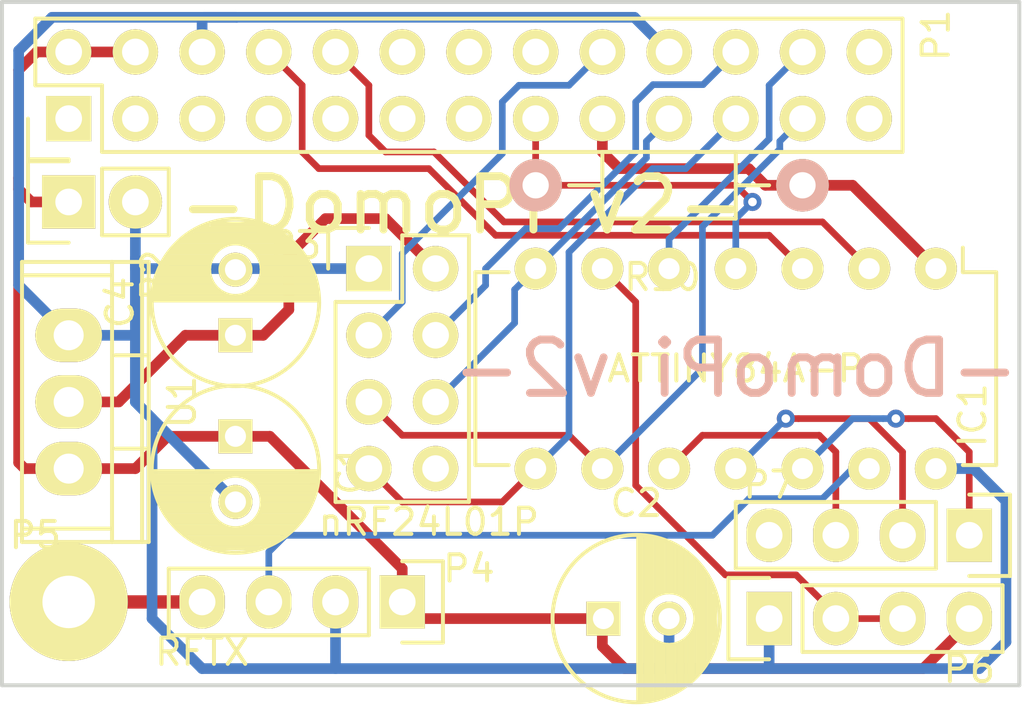
<source format=kicad_pcb>
(kicad_pcb (version 4) (host pcbnew 4.0.2+dfsg1-2~bpo8+1-stable)

  (general
    (links 42)
    (no_connects 2)
    (area 66.841 25.230285 108.667572 54.324)
    (thickness 1.6)
    (drawings 6)
    (tracks 170)
    (zones 0)
    (modules 13)
    (nets 20)
  )

  (page A4)
  (layers
    (0 Top signal)
    (31 Bottom signal)
    (36 B.SilkS user)
    (37 F.SilkS user)
    (38 B.Mask user)
    (39 F.Mask user)
    (42 Eco1.User user hide)
    (43 Eco2.User user hide)
    (44 Edge.Cuts user)
    (48 B.Fab user hide)
    (49 F.Fab user hide)
  )

  (setup
    (last_trace_width 0.254)
    (trace_clearance 0.1524)
    (zone_clearance 0.254)
    (zone_45_only no)
    (trace_min 0.1524)
    (segment_width 0.2)
    (edge_width 0.15)
    (via_size 0.6858)
    (via_drill 0.3302)
    (via_min_size 0.6858)
    (via_min_drill 0.3302)
    (uvia_size 0.762)
    (uvia_drill 0.508)
    (uvias_allowed no)
    (uvia_min_size 0)
    (uvia_min_drill 0)
    (pcb_text_width 0.3)
    (pcb_text_size 1.5 1.5)
    (mod_edge_width 0.15)
    (mod_text_size 1 1)
    (mod_text_width 0.15)
    (pad_size 3 3)
    (pad_drill 2)
    (pad_to_mask_clearance 0.2)
    (aux_axis_origin 0 0)
    (visible_elements FFFFFF7F)
    (pcbplotparams
      (layerselection 0x010f0_80000001)
      (usegerberextensions true)
      (excludeedgelayer true)
      (linewidth 0.100000)
      (plotframeref false)
      (viasonmask false)
      (mode 1)
      (useauxorigin false)
      (hpglpennumber 1)
      (hpglpenspeed 20)
      (hpglpendiameter 15)
      (hpglpenoverlay 2)
      (psnegative false)
      (psa4output false)
      (plotreference true)
      (plotvalue true)
      (plotinvisibletext false)
      (padsonsilk false)
      (subtractmaskfromsilk false)
      (outputformat 1)
      (mirror false)
      (drillshape 0)
      (scaleselection 1)
      (outputdirectory ""))
  )

  (net 0 "")
  (net 1 GND)
  (net 2 +3V3)
  (net 3 +5V)
  (net 4 CE)
  (net 5 SS0)
  (net 6 SCK)
  (net 7 MOSI)
  (net 8 MISO)
  (net 9 /RF433-OUT)
  (net 10 Tiny-RESET)
  (net 11 TX)
  (net 12 SS1)
  (net 13 RX)
  (net 14 /ADC3)
  (net 15 /ADC2)
  (net 16 /ADC1)
  (net 17 /ANT)
  (net 18 /NRF-VCC)
  (net 19 /RF433-IN)

  (net_class Default "This is the default net class."
    (clearance 0.1524)
    (trace_width 0.254)
    (via_dia 0.6858)
    (via_drill 0.3302)
    (uvia_dia 0.762)
    (uvia_drill 0.508)
    (add_net /ADC1)
    (add_net /ADC2)
    (add_net /ADC3)
    (add_net /RF433-IN)
    (add_net /RF433-OUT)
    (add_net CE)
    (add_net MISO)
    (add_net MOSI)
    (add_net RX)
    (add_net SCK)
    (add_net SS0)
    (add_net SS1)
    (add_net TX)
    (add_net Tiny-RESET)
  )

  (net_class ANT ""
    (clearance 0.254)
    (trace_width 0.508)
    (via_dia 0.6858)
    (via_drill 0.3302)
    (uvia_dia 0.762)
    (uvia_drill 0.508)
    (add_net /ANT)
  )

  (net_class Power ""
    (clearance 0.254)
    (trace_width 0.4064)
    (via_dia 0.6858)
    (via_drill 0.3302)
    (uvia_dia 0.762)
    (uvia_drill 0.508)
    (add_net +3V3)
    (add_net +5V)
    (add_net /NRF-VCC)
    (add_net GND)
  )

  (module Capacitors_ThroughHole:C_Radial_D6.3_L11.2_P2.5 (layer Top) (tedit 0) (tstamp 56F5415F)
    (at 77.47 41.95 270)
    (descr "Radial Electrolytic Capacitor, Diameter 6.3mm x Length 11.2mm, Pitch 2.5mm")
    (tags "Electrolytic Capacitor")
    (path /56F554DF)
    (fp_text reference C1 (at 1.25 -4.4 270) (layer F.SilkS)
      (effects (font (size 1 1) (thickness 0.15)))
    )
    (fp_text value 0.47u (at 1.25 4.4 270) (layer F.Fab)
      (effects (font (size 1 1) (thickness 0.15)))
    )
    (fp_line (start 1.325 -3.149) (end 1.325 3.149) (layer F.SilkS) (width 0.15))
    (fp_line (start 1.465 -3.143) (end 1.465 3.143) (layer F.SilkS) (width 0.15))
    (fp_line (start 1.605 -3.13) (end 1.605 -0.446) (layer F.SilkS) (width 0.15))
    (fp_line (start 1.605 0.446) (end 1.605 3.13) (layer F.SilkS) (width 0.15))
    (fp_line (start 1.745 -3.111) (end 1.745 -0.656) (layer F.SilkS) (width 0.15))
    (fp_line (start 1.745 0.656) (end 1.745 3.111) (layer F.SilkS) (width 0.15))
    (fp_line (start 1.885 -3.085) (end 1.885 -0.789) (layer F.SilkS) (width 0.15))
    (fp_line (start 1.885 0.789) (end 1.885 3.085) (layer F.SilkS) (width 0.15))
    (fp_line (start 2.025 -3.053) (end 2.025 -0.88) (layer F.SilkS) (width 0.15))
    (fp_line (start 2.025 0.88) (end 2.025 3.053) (layer F.SilkS) (width 0.15))
    (fp_line (start 2.165 -3.014) (end 2.165 -0.942) (layer F.SilkS) (width 0.15))
    (fp_line (start 2.165 0.942) (end 2.165 3.014) (layer F.SilkS) (width 0.15))
    (fp_line (start 2.305 -2.968) (end 2.305 -0.981) (layer F.SilkS) (width 0.15))
    (fp_line (start 2.305 0.981) (end 2.305 2.968) (layer F.SilkS) (width 0.15))
    (fp_line (start 2.445 -2.915) (end 2.445 -0.998) (layer F.SilkS) (width 0.15))
    (fp_line (start 2.445 0.998) (end 2.445 2.915) (layer F.SilkS) (width 0.15))
    (fp_line (start 2.585 -2.853) (end 2.585 -0.996) (layer F.SilkS) (width 0.15))
    (fp_line (start 2.585 0.996) (end 2.585 2.853) (layer F.SilkS) (width 0.15))
    (fp_line (start 2.725 -2.783) (end 2.725 -0.974) (layer F.SilkS) (width 0.15))
    (fp_line (start 2.725 0.974) (end 2.725 2.783) (layer F.SilkS) (width 0.15))
    (fp_line (start 2.865 -2.704) (end 2.865 -0.931) (layer F.SilkS) (width 0.15))
    (fp_line (start 2.865 0.931) (end 2.865 2.704) (layer F.SilkS) (width 0.15))
    (fp_line (start 3.005 -2.616) (end 3.005 -0.863) (layer F.SilkS) (width 0.15))
    (fp_line (start 3.005 0.863) (end 3.005 2.616) (layer F.SilkS) (width 0.15))
    (fp_line (start 3.145 -2.516) (end 3.145 -0.764) (layer F.SilkS) (width 0.15))
    (fp_line (start 3.145 0.764) (end 3.145 2.516) (layer F.SilkS) (width 0.15))
    (fp_line (start 3.285 -2.404) (end 3.285 -0.619) (layer F.SilkS) (width 0.15))
    (fp_line (start 3.285 0.619) (end 3.285 2.404) (layer F.SilkS) (width 0.15))
    (fp_line (start 3.425 -2.279) (end 3.425 -0.38) (layer F.SilkS) (width 0.15))
    (fp_line (start 3.425 0.38) (end 3.425 2.279) (layer F.SilkS) (width 0.15))
    (fp_line (start 3.565 -2.136) (end 3.565 2.136) (layer F.SilkS) (width 0.15))
    (fp_line (start 3.705 -1.974) (end 3.705 1.974) (layer F.SilkS) (width 0.15))
    (fp_line (start 3.845 -1.786) (end 3.845 1.786) (layer F.SilkS) (width 0.15))
    (fp_line (start 3.985 -1.563) (end 3.985 1.563) (layer F.SilkS) (width 0.15))
    (fp_line (start 4.125 -1.287) (end 4.125 1.287) (layer F.SilkS) (width 0.15))
    (fp_line (start 4.265 -0.912) (end 4.265 0.912) (layer F.SilkS) (width 0.15))
    (fp_circle (center 2.5 0) (end 2.5 -1) (layer F.SilkS) (width 0.15))
    (fp_circle (center 1.25 0) (end 1.25 -3.1875) (layer F.SilkS) (width 0.15))
    (fp_circle (center 1.25 0) (end 1.25 -3.4) (layer F.CrtYd) (width 0.05))
    (pad 2 thru_hole circle (at 2.5 0 270) (size 1.3 1.3) (drill 0.8) (layers *.Cu *.Mask F.SilkS)
      (net 1 GND))
    (pad 1 thru_hole rect (at 0 0 270) (size 1.3 1.3) (drill 0.8) (layers *.Cu *.Mask F.SilkS)
      (net 3 +5V))
    (model Capacitors_ThroughHole.3dshapes/C_Radial_D6.3_L11.2_P2.5.wrl
      (at (xyz 0 0 0))
      (scale (xyz 1 1 1))
      (rotate (xyz 0 0 0))
    )
  )

  (module Socket_Strips:Socket_Strip_Straight_1x04 (layer Top) (tedit 56FA76BD) (tstamp 560BFC1B)
    (at 83.82 48.26 180)
    (descr "Through hole socket strip")
    (tags "socket strip")
    (path /560D0649)
    (fp_text reference P4 (at -2.54 1.27 180) (layer F.SilkS)
      (effects (font (size 1 1) (thickness 0.15)))
    )
    (fp_text value RFTX (at 7.62 -1.905 180) (layer F.SilkS)
      (effects (font (size 1 1) (thickness 0.15)))
    )
    (fp_line (start -1.75 -1.75) (end -1.75 1.75) (layer F.CrtYd) (width 0.05))
    (fp_line (start 9.4 -1.75) (end 9.4 1.75) (layer F.CrtYd) (width 0.05))
    (fp_line (start -1.75 -1.75) (end 9.4 -1.75) (layer F.CrtYd) (width 0.05))
    (fp_line (start -1.75 1.75) (end 9.4 1.75) (layer F.CrtYd) (width 0.05))
    (fp_line (start 1.27 -1.27) (end 8.89 -1.27) (layer F.SilkS) (width 0.15))
    (fp_line (start 1.27 1.27) (end 8.89 1.27) (layer F.SilkS) (width 0.15))
    (fp_line (start -1.55 1.55) (end 0 1.55) (layer F.SilkS) (width 0.15))
    (fp_line (start 8.89 -1.27) (end 8.89 1.27) (layer F.SilkS) (width 0.15))
    (fp_line (start 1.27 1.27) (end 1.27 -1.27) (layer F.SilkS) (width 0.15))
    (fp_line (start 0 -1.55) (end -1.55 -1.55) (layer F.SilkS) (width 0.15))
    (fp_line (start -1.55 -1.55) (end -1.55 1.55) (layer F.SilkS) (width 0.15))
    (pad 1 thru_hole rect (at 0 0 180) (size 1.7272 2.032) (drill 1.016) (layers *.Cu *.Mask F.SilkS)
      (net 3 +5V))
    (pad 2 thru_hole oval (at 2.54 0 180) (size 1.7272 2.032) (drill 1.016) (layers *.Cu *.Mask F.SilkS)
      (net 1 GND))
    (pad 3 thru_hole oval (at 5.08 0 180) (size 1.7272 2.032) (drill 1.016) (layers *.Cu *.Mask F.SilkS)
      (net 9 /RF433-OUT))
    (pad 4 thru_hole oval (at 7.62 0 180) (size 1.7272 2.032) (drill 1.016) (layers *.Cu *.Mask F.SilkS)
      (net 17 /ANT))
    (model Socket_Strips.3dshapes/Socket_Strip_Straight_1x04.wrl
      (at (xyz 0.15 0 0))
      (scale (xyz 1 1 1))
      (rotate (xyz 0 0 180))
    )
  )

  (module Socket_Strips:Socket_Strip_Straight_1x04 (layer Top) (tedit 0) (tstamp 56FA5072)
    (at 97.79 48.895)
    (descr "Through hole socket strip")
    (tags "socket strip")
    (path /56FA5F1D)
    (fp_text reference P7 (at 0 -5.1) (layer F.SilkS)
      (effects (font (size 1 1) (thickness 0.15)))
    )
    (fp_text value RFRX (at 0 -3.1) (layer F.Fab)
      (effects (font (size 1 1) (thickness 0.15)))
    )
    (fp_line (start -1.75 -1.75) (end -1.75 1.75) (layer F.CrtYd) (width 0.05))
    (fp_line (start 9.4 -1.75) (end 9.4 1.75) (layer F.CrtYd) (width 0.05))
    (fp_line (start -1.75 -1.75) (end 9.4 -1.75) (layer F.CrtYd) (width 0.05))
    (fp_line (start -1.75 1.75) (end 9.4 1.75) (layer F.CrtYd) (width 0.05))
    (fp_line (start 1.27 -1.27) (end 8.89 -1.27) (layer F.SilkS) (width 0.15))
    (fp_line (start 1.27 1.27) (end 8.89 1.27) (layer F.SilkS) (width 0.15))
    (fp_line (start -1.55 1.55) (end 0 1.55) (layer F.SilkS) (width 0.15))
    (fp_line (start 8.89 -1.27) (end 8.89 1.27) (layer F.SilkS) (width 0.15))
    (fp_line (start 1.27 1.27) (end 1.27 -1.27) (layer F.SilkS) (width 0.15))
    (fp_line (start 0 -1.55) (end -1.55 -1.55) (layer F.SilkS) (width 0.15))
    (fp_line (start -1.55 -1.55) (end -1.55 1.55) (layer F.SilkS) (width 0.15))
    (pad 1 thru_hole rect (at 0 0) (size 1.7272 2.032) (drill 1.016) (layers *.Cu *.Mask F.SilkS)
      (net 1 GND))
    (pad 2 thru_hole oval (at 2.54 0) (size 1.7272 2.032) (drill 1.016) (layers *.Cu *.Mask F.SilkS)
      (net 19 /RF433-IN))
    (pad 3 thru_hole oval (at 5.08 0) (size 1.7272 2.032) (drill 1.016) (layers *.Cu *.Mask F.SilkS)
      (net 19 /RF433-IN))
    (pad 4 thru_hole oval (at 7.62 0) (size 1.7272 2.032) (drill 1.016) (layers *.Cu *.Mask F.SilkS)
      (net 3 +5V))
    (model Socket_Strips.3dshapes/Socket_Strip_Straight_1x04.wrl
      (at (xyz 0.15 0 0))
      (scale (xyz 1 1 1))
      (rotate (xyz 0 0 180))
    )
  )

  (module Housings_DIP:DIP-14_W7.62mm (layer Top) (tedit 560CF929) (tstamp 560BE100)
    (at 104.14 35.56 270)
    (descr "14-lead dip package, row spacing 7.62 mm (300 mils)")
    (tags "dil dip 2.54 300")
    (path /560BE23A)
    (fp_text reference IC1 (at 5.588 -1.397 270) (layer F.SilkS)
      (effects (font (size 1 1) (thickness 0.15)))
    )
    (fp_text value ATTINY84A-P (at 3.81 7.62 360) (layer F.SilkS)
      (effects (font (size 1 1) (thickness 0.15)))
    )
    (fp_line (start -1.05 -2.45) (end -1.05 17.7) (layer F.CrtYd) (width 0.05))
    (fp_line (start 8.65 -2.45) (end 8.65 17.7) (layer F.CrtYd) (width 0.05))
    (fp_line (start -1.05 -2.45) (end 8.65 -2.45) (layer F.CrtYd) (width 0.05))
    (fp_line (start -1.05 17.7) (end 8.65 17.7) (layer F.CrtYd) (width 0.05))
    (fp_line (start 0.135 -2.295) (end 0.135 -1.025) (layer F.SilkS) (width 0.15))
    (fp_line (start 7.485 -2.295) (end 7.485 -1.025) (layer F.SilkS) (width 0.15))
    (fp_line (start 7.485 17.535) (end 7.485 16.265) (layer F.SilkS) (width 0.15))
    (fp_line (start 0.135 17.535) (end 0.135 16.265) (layer F.SilkS) (width 0.15))
    (fp_line (start 0.135 -2.295) (end 7.485 -2.295) (layer F.SilkS) (width 0.15))
    (fp_line (start 0.135 17.535) (end 7.485 17.535) (layer F.SilkS) (width 0.15))
    (fp_line (start 0.135 -1.025) (end -0.8 -1.025) (layer F.SilkS) (width 0.15))
    (pad 1 thru_hole oval (at 0 0 270) (size 1.6 1.6) (drill 0.8) (layers *.Cu *.Mask F.SilkS)
      (net 2 +3V3))
    (pad 2 thru_hole oval (at 0 2.54 270) (size 1.6 1.6) (drill 0.8) (layers *.Cu *.Mask F.SilkS)
      (net 13 RX))
    (pad 3 thru_hole oval (at 0 5.08 270) (size 1.6 1.6) (drill 0.8) (layers *.Cu *.Mask F.SilkS)
      (net 11 TX))
    (pad 4 thru_hole oval (at 0 7.62 270) (size 1.6 1.6) (drill 0.8) (layers *.Cu *.Mask F.SilkS)
      (net 10 Tiny-RESET))
    (pad 5 thru_hole oval (at 0 10.16 270) (size 1.6 1.6) (drill 0.8) (layers *.Cu *.Mask F.SilkS)
      (net 12 SS1))
    (pad 6 thru_hole oval (at 0 12.7 270) (size 1.6 1.6) (drill 0.8) (layers *.Cu *.Mask F.SilkS)
      (net 19 /RF433-IN))
    (pad 7 thru_hole oval (at 0 15.24 270) (size 1.6 1.6) (drill 0.8) (layers *.Cu *.Mask F.SilkS)
      (net 7 MOSI))
    (pad 8 thru_hole oval (at 7.62 15.24 270) (size 1.6 1.6) (drill 0.8) (layers *.Cu *.Mask F.SilkS)
      (net 8 MISO))
    (pad 9 thru_hole oval (at 7.62 12.7 270) (size 1.6 1.6) (drill 0.8) (layers *.Cu *.Mask F.SilkS)
      (net 6 SCK))
    (pad 10 thru_hole oval (at 7.62 10.16 270) (size 1.6 1.6) (drill 0.8) (layers *.Cu *.Mask F.SilkS)
      (net 14 /ADC3))
    (pad 11 thru_hole oval (at 7.62 7.62 270) (size 1.6 1.6) (drill 0.8) (layers *.Cu *.Mask F.SilkS)
      (net 15 /ADC2))
    (pad 12 thru_hole oval (at 7.62 5.08 270) (size 1.6 1.6) (drill 0.8) (layers *.Cu *.Mask F.SilkS)
      (net 16 /ADC1))
    (pad 13 thru_hole oval (at 7.62 2.54 270) (size 1.6 1.6) (drill 0.8) (layers *.Cu *.Mask F.SilkS)
      (net 9 /RF433-OUT))
    (pad 14 thru_hole oval (at 7.62 0 270) (size 1.6 1.6) (drill 0.8) (layers *.Cu *.Mask F.SilkS)
      (net 1 GND))
    (model Housings_DIP.3dshapes/DIP-14_W7.62mm.wrl
      (at (xyz 0 0 0))
      (scale (xyz 1 1 1))
      (rotate (xyz 0 0 0))
    )
  )

  (module Pin_Headers:Pin_Header_Straight_1x02 (layer Top) (tedit 560CF25E) (tstamp 560BDFE5)
    (at 71.12 33.02 90)
    (descr "Through hole pin header")
    (tags "pin header")
    (path /560C2BF5)
    (fp_text reference P2 (at -2.794 3.302 90) (layer F.SilkS)
      (effects (font (size 1 1) (thickness 0.15)))
    )
    (fp_text value CONN_01X02 (at 0 -3.1 90) (layer F.Fab) hide
      (effects (font (size 1 1) (thickness 0.15)))
    )
    (fp_line (start 1.27 1.27) (end 1.27 3.81) (layer F.SilkS) (width 0.15))
    (fp_line (start 1.55 -1.55) (end 1.55 0) (layer F.SilkS) (width 0.15))
    (fp_line (start -1.75 -1.75) (end -1.75 4.3) (layer F.CrtYd) (width 0.05))
    (fp_line (start 1.75 -1.75) (end 1.75 4.3) (layer F.CrtYd) (width 0.05))
    (fp_line (start -1.75 -1.75) (end 1.75 -1.75) (layer F.CrtYd) (width 0.05))
    (fp_line (start -1.75 4.3) (end 1.75 4.3) (layer F.CrtYd) (width 0.05))
    (fp_line (start 1.27 1.27) (end -1.27 1.27) (layer F.SilkS) (width 0.15))
    (fp_line (start -1.55 0) (end -1.55 -1.55) (layer F.SilkS) (width 0.15))
    (fp_line (start -1.55 -1.55) (end 1.55 -1.55) (layer F.SilkS) (width 0.15))
    (fp_line (start -1.27 1.27) (end -1.27 3.81) (layer F.SilkS) (width 0.15))
    (fp_line (start -1.27 3.81) (end 1.27 3.81) (layer F.SilkS) (width 0.15))
    (pad 1 thru_hole rect (at 0 0 90) (size 2.032 2.032) (drill 1.016) (layers *.Cu *.Mask F.SilkS)
      (net 3 +5V))
    (pad 2 thru_hole oval (at 0 2.54 90) (size 2.032 2.032) (drill 1.016) (layers *.Cu *.Mask F.SilkS)
      (net 1 GND))
    (model Pin_Headers.3dshapes/Pin_Header_Straight_1x02.wrl
      (at (xyz 0 -0.05 0))
      (scale (xyz 1 1 1))
      (rotate (xyz 0 0 90))
    )
  )

  (module Pin_Headers:Pin_Header_Straight_2x04 (layer Top) (tedit 560CF95F) (tstamp 560BFE6B)
    (at 82.55 35.56)
    (descr "Through hole pin header")
    (tags "pin header")
    (path /560BE537)
    (fp_text reference P3 (at -2.794 -0.889) (layer F.SilkS)
      (effects (font (size 1 1) (thickness 0.15)))
    )
    (fp_text value nRF24L01P (at 2.286 9.652) (layer F.SilkS)
      (effects (font (size 1 1) (thickness 0.15)))
    )
    (fp_line (start -1.75 -1.75) (end -1.75 9.4) (layer F.CrtYd) (width 0.05))
    (fp_line (start 4.3 -1.75) (end 4.3 9.4) (layer F.CrtYd) (width 0.05))
    (fp_line (start -1.75 -1.75) (end 4.3 -1.75) (layer F.CrtYd) (width 0.05))
    (fp_line (start -1.75 9.4) (end 4.3 9.4) (layer F.CrtYd) (width 0.05))
    (fp_line (start -1.27 1.27) (end -1.27 8.89) (layer F.SilkS) (width 0.15))
    (fp_line (start -1.27 8.89) (end 3.81 8.89) (layer F.SilkS) (width 0.15))
    (fp_line (start 3.81 8.89) (end 3.81 -1.27) (layer F.SilkS) (width 0.15))
    (fp_line (start 3.81 -1.27) (end 1.27 -1.27) (layer F.SilkS) (width 0.15))
    (fp_line (start 0 -1.55) (end -1.55 -1.55) (layer F.SilkS) (width 0.15))
    (fp_line (start 1.27 -1.27) (end 1.27 1.27) (layer F.SilkS) (width 0.15))
    (fp_line (start 1.27 1.27) (end -1.27 1.27) (layer F.SilkS) (width 0.15))
    (fp_line (start -1.55 -1.55) (end -1.55 0) (layer F.SilkS) (width 0.15))
    (pad 1 thru_hole rect (at 0 0) (size 1.7272 1.7272) (drill 1.016) (layers *.Cu *.Mask F.SilkS)
      (net 1 GND))
    (pad 2 thru_hole oval (at 2.54 0) (size 1.7272 1.7272) (drill 1.016) (layers *.Cu *.Mask F.SilkS)
      (net 18 /NRF-VCC))
    (pad 3 thru_hole oval (at 0 2.54) (size 1.7272 1.7272) (drill 1.016) (layers *.Cu *.Mask F.SilkS)
      (net 4 CE))
    (pad 4 thru_hole oval (at 2.54 2.54) (size 1.7272 1.7272) (drill 1.016) (layers *.Cu *.Mask F.SilkS)
      (net 5 SS0))
    (pad 5 thru_hole oval (at 0 5.08) (size 1.7272 1.7272) (drill 1.016) (layers *.Cu *.Mask F.SilkS)
      (net 6 SCK))
    (pad 6 thru_hole oval (at 2.54 5.08) (size 1.7272 1.7272) (drill 1.016) (layers *.Cu *.Mask F.SilkS)
      (net 7 MOSI))
    (pad 7 thru_hole oval (at 0 7.62) (size 1.7272 1.7272) (drill 1.016) (layers *.Cu *.Mask F.SilkS)
      (net 8 MISO))
    (pad 8 thru_hole oval (at 2.54 7.62) (size 1.7272 1.7272) (drill 1.016) (layers *.Cu *.Mask F.SilkS))
    (model Pin_Headers.3dshapes/Pin_Header_Straight_2x04.wrl
      (at (xyz 0.05 -0.15 0))
      (scale (xyz 1 1 1))
      (rotate (xyz 0 0 90))
    )
  )

  (module Wire_Pads:SolderWirePad_single_2mmDrill (layer Top) (tedit 56FA76CA) (tstamp 56B89E15)
    (at 71.12 48.26)
    (path /560D11E1)
    (fp_text reference P5 (at -1.27 -2.54) (layer F.SilkS)
      (effects (font (size 1 1) (thickness 0.15)))
    )
    (fp_text value ANT (at -0.635 3.81) (layer F.Fab)
      (effects (font (size 1 1) (thickness 0.15)))
    )
    (pad 1 thru_hole circle (at 0 0) (size 4.50088 4.50088) (drill 1.99898) (layers *.Cu *.Mask F.SilkS)
      (net 17 /ANT))
  )

  (module Capacitors_ThroughHole:C_Radial_D6.3_L11.2_P2.5 (layer Top) (tedit 0) (tstamp 56F54165)
    (at 77.47 38.1 90)
    (descr "Radial Electrolytic Capacitor, Diameter 6.3mm x Length 11.2mm, Pitch 2.5mm")
    (tags "Electrolytic Capacitor")
    (path /560D0C56)
    (fp_text reference C4 (at 1.25 -4.4 90) (layer F.SilkS)
      (effects (font (size 1 1) (thickness 0.15)))
    )
    (fp_text value 33u (at 1.25 4.4 90) (layer F.Fab)
      (effects (font (size 1 1) (thickness 0.15)))
    )
    (fp_line (start 1.325 -3.149) (end 1.325 3.149) (layer F.SilkS) (width 0.15))
    (fp_line (start 1.465 -3.143) (end 1.465 3.143) (layer F.SilkS) (width 0.15))
    (fp_line (start 1.605 -3.13) (end 1.605 -0.446) (layer F.SilkS) (width 0.15))
    (fp_line (start 1.605 0.446) (end 1.605 3.13) (layer F.SilkS) (width 0.15))
    (fp_line (start 1.745 -3.111) (end 1.745 -0.656) (layer F.SilkS) (width 0.15))
    (fp_line (start 1.745 0.656) (end 1.745 3.111) (layer F.SilkS) (width 0.15))
    (fp_line (start 1.885 -3.085) (end 1.885 -0.789) (layer F.SilkS) (width 0.15))
    (fp_line (start 1.885 0.789) (end 1.885 3.085) (layer F.SilkS) (width 0.15))
    (fp_line (start 2.025 -3.053) (end 2.025 -0.88) (layer F.SilkS) (width 0.15))
    (fp_line (start 2.025 0.88) (end 2.025 3.053) (layer F.SilkS) (width 0.15))
    (fp_line (start 2.165 -3.014) (end 2.165 -0.942) (layer F.SilkS) (width 0.15))
    (fp_line (start 2.165 0.942) (end 2.165 3.014) (layer F.SilkS) (width 0.15))
    (fp_line (start 2.305 -2.968) (end 2.305 -0.981) (layer F.SilkS) (width 0.15))
    (fp_line (start 2.305 0.981) (end 2.305 2.968) (layer F.SilkS) (width 0.15))
    (fp_line (start 2.445 -2.915) (end 2.445 -0.998) (layer F.SilkS) (width 0.15))
    (fp_line (start 2.445 0.998) (end 2.445 2.915) (layer F.SilkS) (width 0.15))
    (fp_line (start 2.585 -2.853) (end 2.585 -0.996) (layer F.SilkS) (width 0.15))
    (fp_line (start 2.585 0.996) (end 2.585 2.853) (layer F.SilkS) (width 0.15))
    (fp_line (start 2.725 -2.783) (end 2.725 -0.974) (layer F.SilkS) (width 0.15))
    (fp_line (start 2.725 0.974) (end 2.725 2.783) (layer F.SilkS) (width 0.15))
    (fp_line (start 2.865 -2.704) (end 2.865 -0.931) (layer F.SilkS) (width 0.15))
    (fp_line (start 2.865 0.931) (end 2.865 2.704) (layer F.SilkS) (width 0.15))
    (fp_line (start 3.005 -2.616) (end 3.005 -0.863) (layer F.SilkS) (width 0.15))
    (fp_line (start 3.005 0.863) (end 3.005 2.616) (layer F.SilkS) (width 0.15))
    (fp_line (start 3.145 -2.516) (end 3.145 -0.764) (layer F.SilkS) (width 0.15))
    (fp_line (start 3.145 0.764) (end 3.145 2.516) (layer F.SilkS) (width 0.15))
    (fp_line (start 3.285 -2.404) (end 3.285 -0.619) (layer F.SilkS) (width 0.15))
    (fp_line (start 3.285 0.619) (end 3.285 2.404) (layer F.SilkS) (width 0.15))
    (fp_line (start 3.425 -2.279) (end 3.425 -0.38) (layer F.SilkS) (width 0.15))
    (fp_line (start 3.425 0.38) (end 3.425 2.279) (layer F.SilkS) (width 0.15))
    (fp_line (start 3.565 -2.136) (end 3.565 2.136) (layer F.SilkS) (width 0.15))
    (fp_line (start 3.705 -1.974) (end 3.705 1.974) (layer F.SilkS) (width 0.15))
    (fp_line (start 3.845 -1.786) (end 3.845 1.786) (layer F.SilkS) (width 0.15))
    (fp_line (start 3.985 -1.563) (end 3.985 1.563) (layer F.SilkS) (width 0.15))
    (fp_line (start 4.125 -1.287) (end 4.125 1.287) (layer F.SilkS) (width 0.15))
    (fp_line (start 4.265 -0.912) (end 4.265 0.912) (layer F.SilkS) (width 0.15))
    (fp_circle (center 2.5 0) (end 2.5 -1) (layer F.SilkS) (width 0.15))
    (fp_circle (center 1.25 0) (end 1.25 -3.1875) (layer F.SilkS) (width 0.15))
    (fp_circle (center 1.25 0) (end 1.25 -3.4) (layer F.CrtYd) (width 0.05))
    (pad 2 thru_hole circle (at 2.5 0 90) (size 1.3 1.3) (drill 0.8) (layers *.Cu *.Mask F.SilkS)
      (net 1 GND))
    (pad 1 thru_hole rect (at 0 0 90) (size 1.3 1.3) (drill 0.8) (layers *.Cu *.Mask F.SilkS)
      (net 18 /NRF-VCC))
    (model Capacitors_ThroughHole.3dshapes/C_Radial_D6.3_L11.2_P2.5.wrl
      (at (xyz 0 0 0))
      (scale (xyz 1 1 1))
      (rotate (xyz 0 0 0))
    )
  )

  (module Power_Integrations:TO-220 (layer Top) (tedit 0) (tstamp 56F5418D)
    (at 71.12 40.64 270)
    (descr "Non Isolated JEDEC TO-220 Package")
    (tags "Power Integration YN Package")
    (path /56F54C12)
    (fp_text reference U1 (at 0 -4.318 270) (layer F.SilkS)
      (effects (font (size 1 1) (thickness 0.15)))
    )
    (fp_text value LM3940IT-3.3 (at 0 -4.318 270) (layer F.Fab)
      (effects (font (size 1 1) (thickness 0.15)))
    )
    (fp_line (start 4.826 -1.651) (end 4.826 1.778) (layer F.SilkS) (width 0.15))
    (fp_line (start -4.826 -1.651) (end -4.826 1.778) (layer F.SilkS) (width 0.15))
    (fp_line (start 5.334 -2.794) (end -5.334 -2.794) (layer F.SilkS) (width 0.15))
    (fp_line (start 1.778 -1.778) (end 1.778 -3.048) (layer F.SilkS) (width 0.15))
    (fp_line (start -1.778 -1.778) (end -1.778 -3.048) (layer F.SilkS) (width 0.15))
    (fp_line (start -5.334 -1.651) (end 5.334 -1.651) (layer F.SilkS) (width 0.15))
    (fp_line (start 5.334 1.778) (end -5.334 1.778) (layer F.SilkS) (width 0.15))
    (fp_line (start -5.334 -3.048) (end -5.334 1.778) (layer F.SilkS) (width 0.15))
    (fp_line (start 5.334 -3.048) (end 5.334 1.778) (layer F.SilkS) (width 0.15))
    (fp_line (start 5.334 -3.048) (end -5.334 -3.048) (layer F.SilkS) (width 0.15))
    (pad 2 thru_hole oval (at 0 0 270) (size 2.032 2.54) (drill 1.143) (layers *.Cu *.Mask F.SilkS)
      (net 18 /NRF-VCC))
    (pad 3 thru_hole oval (at 2.54 0 270) (size 2.032 2.54) (drill 1.143) (layers *.Cu *.Mask F.SilkS)
      (net 3 +5V))
    (pad 1 thru_hole oval (at -2.54 0 270) (size 2.032 2.54) (drill 1.143) (layers *.Cu *.Mask F.SilkS)
      (net 1 GND))
  )

  (module Capacitors_ThroughHole:C_Radial_D6.3_L11.2_P2.5 (layer Top) (tedit 0) (tstamp 56F54544)
    (at 91.48 48.895)
    (descr "Radial Electrolytic Capacitor, Diameter 6.3mm x Length 11.2mm, Pitch 2.5mm")
    (tags "Electrolytic Capacitor")
    (path /56F57B33)
    (fp_text reference C2 (at 1.25 -4.4) (layer F.SilkS)
      (effects (font (size 1 1) (thickness 0.15)))
    )
    (fp_text value 10u (at 1.25 4.4) (layer F.Fab)
      (effects (font (size 1 1) (thickness 0.15)))
    )
    (fp_line (start 1.325 -3.149) (end 1.325 3.149) (layer F.SilkS) (width 0.15))
    (fp_line (start 1.465 -3.143) (end 1.465 3.143) (layer F.SilkS) (width 0.15))
    (fp_line (start 1.605 -3.13) (end 1.605 -0.446) (layer F.SilkS) (width 0.15))
    (fp_line (start 1.605 0.446) (end 1.605 3.13) (layer F.SilkS) (width 0.15))
    (fp_line (start 1.745 -3.111) (end 1.745 -0.656) (layer F.SilkS) (width 0.15))
    (fp_line (start 1.745 0.656) (end 1.745 3.111) (layer F.SilkS) (width 0.15))
    (fp_line (start 1.885 -3.085) (end 1.885 -0.789) (layer F.SilkS) (width 0.15))
    (fp_line (start 1.885 0.789) (end 1.885 3.085) (layer F.SilkS) (width 0.15))
    (fp_line (start 2.025 -3.053) (end 2.025 -0.88) (layer F.SilkS) (width 0.15))
    (fp_line (start 2.025 0.88) (end 2.025 3.053) (layer F.SilkS) (width 0.15))
    (fp_line (start 2.165 -3.014) (end 2.165 -0.942) (layer F.SilkS) (width 0.15))
    (fp_line (start 2.165 0.942) (end 2.165 3.014) (layer F.SilkS) (width 0.15))
    (fp_line (start 2.305 -2.968) (end 2.305 -0.981) (layer F.SilkS) (width 0.15))
    (fp_line (start 2.305 0.981) (end 2.305 2.968) (layer F.SilkS) (width 0.15))
    (fp_line (start 2.445 -2.915) (end 2.445 -0.998) (layer F.SilkS) (width 0.15))
    (fp_line (start 2.445 0.998) (end 2.445 2.915) (layer F.SilkS) (width 0.15))
    (fp_line (start 2.585 -2.853) (end 2.585 -0.996) (layer F.SilkS) (width 0.15))
    (fp_line (start 2.585 0.996) (end 2.585 2.853) (layer F.SilkS) (width 0.15))
    (fp_line (start 2.725 -2.783) (end 2.725 -0.974) (layer F.SilkS) (width 0.15))
    (fp_line (start 2.725 0.974) (end 2.725 2.783) (layer F.SilkS) (width 0.15))
    (fp_line (start 2.865 -2.704) (end 2.865 -0.931) (layer F.SilkS) (width 0.15))
    (fp_line (start 2.865 0.931) (end 2.865 2.704) (layer F.SilkS) (width 0.15))
    (fp_line (start 3.005 -2.616) (end 3.005 -0.863) (layer F.SilkS) (width 0.15))
    (fp_line (start 3.005 0.863) (end 3.005 2.616) (layer F.SilkS) (width 0.15))
    (fp_line (start 3.145 -2.516) (end 3.145 -0.764) (layer F.SilkS) (width 0.15))
    (fp_line (start 3.145 0.764) (end 3.145 2.516) (layer F.SilkS) (width 0.15))
    (fp_line (start 3.285 -2.404) (end 3.285 -0.619) (layer F.SilkS) (width 0.15))
    (fp_line (start 3.285 0.619) (end 3.285 2.404) (layer F.SilkS) (width 0.15))
    (fp_line (start 3.425 -2.279) (end 3.425 -0.38) (layer F.SilkS) (width 0.15))
    (fp_line (start 3.425 0.38) (end 3.425 2.279) (layer F.SilkS) (width 0.15))
    (fp_line (start 3.565 -2.136) (end 3.565 2.136) (layer F.SilkS) (width 0.15))
    (fp_line (start 3.705 -1.974) (end 3.705 1.974) (layer F.SilkS) (width 0.15))
    (fp_line (start 3.845 -1.786) (end 3.845 1.786) (layer F.SilkS) (width 0.15))
    (fp_line (start 3.985 -1.563) (end 3.985 1.563) (layer F.SilkS) (width 0.15))
    (fp_line (start 4.125 -1.287) (end 4.125 1.287) (layer F.SilkS) (width 0.15))
    (fp_line (start 4.265 -0.912) (end 4.265 0.912) (layer F.SilkS) (width 0.15))
    (fp_circle (center 2.5 0) (end 2.5 -1) (layer F.SilkS) (width 0.15))
    (fp_circle (center 1.25 0) (end 1.25 -3.1875) (layer F.SilkS) (width 0.15))
    (fp_circle (center 1.25 0) (end 1.25 -3.4) (layer F.CrtYd) (width 0.05))
    (pad 2 thru_hole circle (at 2.5 0) (size 1.3 1.3) (drill 0.8) (layers *.Cu *.Mask F.SilkS)
      (net 1 GND))
    (pad 1 thru_hole rect (at 0 0) (size 1.3 1.3) (drill 0.8) (layers *.Cu *.Mask F.SilkS)
      (net 3 +5V))
    (model Capacitors_ThroughHole.3dshapes/C_Radial_D6.3_L11.2_P2.5.wrl
      (at (xyz 0 0 0))
      (scale (xyz 1 1 1))
      (rotate (xyz 0 0 0))
    )
  )

  (module Pin_Headers:Pin_Header_Straight_2x13 (layer Top) (tedit 0) (tstamp 56FA4436)
    (at 71.12 29.845 90)
    (descr "Through hole pin header")
    (tags "pin header")
    (path /56F54504)
    (fp_text reference P1 (at 3.175 33.02 90) (layer F.SilkS)
      (effects (font (size 1 1) (thickness 0.15)))
    )
    (fp_text value RASPBERRY (at 0 -3.1 90) (layer F.Fab)
      (effects (font (size 1 1) (thickness 0.15)))
    )
    (fp_line (start -1.75 -1.75) (end -1.75 32.25) (layer F.CrtYd) (width 0.05))
    (fp_line (start 4.3 -1.75) (end 4.3 32.25) (layer F.CrtYd) (width 0.05))
    (fp_line (start -1.75 -1.75) (end 4.3 -1.75) (layer F.CrtYd) (width 0.05))
    (fp_line (start -1.75 32.25) (end 4.3 32.25) (layer F.CrtYd) (width 0.05))
    (fp_line (start 3.81 -1.27) (end 3.81 31.75) (layer F.SilkS) (width 0.15))
    (fp_line (start -1.27 1.27) (end -1.27 31.75) (layer F.SilkS) (width 0.15))
    (fp_line (start 3.81 31.75) (end -1.27 31.75) (layer F.SilkS) (width 0.15))
    (fp_line (start 3.81 -1.27) (end 1.27 -1.27) (layer F.SilkS) (width 0.15))
    (fp_line (start 0 -1.55) (end -1.55 -1.55) (layer F.SilkS) (width 0.15))
    (fp_line (start 1.27 -1.27) (end 1.27 1.27) (layer F.SilkS) (width 0.15))
    (fp_line (start 1.27 1.27) (end -1.27 1.27) (layer F.SilkS) (width 0.15))
    (fp_line (start -1.55 -1.55) (end -1.55 0) (layer F.SilkS) (width 0.15))
    (pad 1 thru_hole rect (at 0 0 90) (size 1.7272 1.7272) (drill 1.016) (layers *.Cu *.Mask F.SilkS))
    (pad 2 thru_hole oval (at 2.54 0 90) (size 1.7272 1.7272) (drill 1.016) (layers *.Cu *.Mask F.SilkS)
      (net 3 +5V))
    (pad 3 thru_hole oval (at 0 2.54 90) (size 1.7272 1.7272) (drill 1.016) (layers *.Cu *.Mask F.SilkS))
    (pad 4 thru_hole oval (at 2.54 2.54 90) (size 1.7272 1.7272) (drill 1.016) (layers *.Cu *.Mask F.SilkS)
      (net 3 +5V))
    (pad 5 thru_hole oval (at 0 5.08 90) (size 1.7272 1.7272) (drill 1.016) (layers *.Cu *.Mask F.SilkS))
    (pad 6 thru_hole oval (at 2.54 5.08 90) (size 1.7272 1.7272) (drill 1.016) (layers *.Cu *.Mask F.SilkS)
      (net 1 GND))
    (pad 7 thru_hole oval (at 0 7.62 90) (size 1.7272 1.7272) (drill 1.016) (layers *.Cu *.Mask F.SilkS))
    (pad 8 thru_hole oval (at 2.54 7.62 90) (size 1.7272 1.7272) (drill 1.016) (layers *.Cu *.Mask F.SilkS)
      (net 11 TX))
    (pad 9 thru_hole oval (at 0 10.16 90) (size 1.7272 1.7272) (drill 1.016) (layers *.Cu *.Mask F.SilkS))
    (pad 10 thru_hole oval (at 2.54 10.16 90) (size 1.7272 1.7272) (drill 1.016) (layers *.Cu *.Mask F.SilkS)
      (net 13 RX))
    (pad 11 thru_hole oval (at 0 12.7 90) (size 1.7272 1.7272) (drill 1.016) (layers *.Cu *.Mask F.SilkS))
    (pad 12 thru_hole oval (at 2.54 12.7 90) (size 1.7272 1.7272) (drill 1.016) (layers *.Cu *.Mask F.SilkS))
    (pad 13 thru_hole oval (at 0 15.24 90) (size 1.7272 1.7272) (drill 1.016) (layers *.Cu *.Mask F.SilkS))
    (pad 14 thru_hole oval (at 2.54 15.24 90) (size 1.7272 1.7272) (drill 1.016) (layers *.Cu *.Mask F.SilkS))
    (pad 15 thru_hole oval (at 0 17.78 90) (size 1.7272 1.7272) (drill 1.016) (layers *.Cu *.Mask F.SilkS)
      (net 10 Tiny-RESET))
    (pad 16 thru_hole oval (at 2.54 17.78 90) (size 1.7272 1.7272) (drill 1.016) (layers *.Cu *.Mask F.SilkS))
    (pad 17 thru_hole oval (at 0 20.32 90) (size 1.7272 1.7272) (drill 1.016) (layers *.Cu *.Mask F.SilkS)
      (net 2 +3V3))
    (pad 18 thru_hole oval (at 2.54 20.32 90) (size 1.7272 1.7272) (drill 1.016) (layers *.Cu *.Mask F.SilkS)
      (net 4 CE))
    (pad 19 thru_hole oval (at 0 22.86 90) (size 1.7272 1.7272) (drill 1.016) (layers *.Cu *.Mask F.SilkS)
      (net 7 MOSI))
    (pad 20 thru_hole oval (at 2.54 22.86 90) (size 1.7272 1.7272) (drill 1.016) (layers *.Cu *.Mask F.SilkS)
      (net 1 GND))
    (pad 21 thru_hole oval (at 0 25.4 90) (size 1.7272 1.7272) (drill 1.016) (layers *.Cu *.Mask F.SilkS)
      (net 8 MISO))
    (pad 22 thru_hole oval (at 2.54 25.4 90) (size 1.7272 1.7272) (drill 1.016) (layers *.Cu *.Mask F.SilkS)
      (net 5 SS0))
    (pad 23 thru_hole oval (at 0 27.94 90) (size 1.7272 1.7272) (drill 1.016) (layers *.Cu *.Mask F.SilkS)
      (net 6 SCK))
    (pad 24 thru_hole oval (at 2.54 27.94 90) (size 1.7272 1.7272) (drill 1.016) (layers *.Cu *.Mask F.SilkS)
      (net 12 SS1))
    (pad 25 thru_hole oval (at 0 30.48 90) (size 1.7272 1.7272) (drill 1.016) (layers *.Cu *.Mask F.SilkS))
    (pad 26 thru_hole oval (at 2.54 30.48 90) (size 1.7272 1.7272) (drill 1.016) (layers *.Cu *.Mask F.SilkS))
    (model Pin_Headers.3dshapes/Pin_Header_Straight_2x13.wrl
      (at (xyz 0.05 -0.6 0))
      (scale (xyz 1 1 1))
      (rotate (xyz 0 0 90))
    )
  )

  (module Socket_Strips:Socket_Strip_Straight_1x04 (layer Top) (tedit 0) (tstamp 56FA52AB)
    (at 105.41 45.72 180)
    (descr "Through hole socket strip")
    (tags "socket strip")
    (path /560CF763)
    (fp_text reference P6 (at 0 -5.1 180) (layer F.SilkS)
      (effects (font (size 1 1) (thickness 0.15)))
    )
    (fp_text value Sensors (at 0 -3.1 180) (layer F.Fab)
      (effects (font (size 1 1) (thickness 0.15)))
    )
    (fp_line (start -1.75 -1.75) (end -1.75 1.75) (layer F.CrtYd) (width 0.05))
    (fp_line (start 9.4 -1.75) (end 9.4 1.75) (layer F.CrtYd) (width 0.05))
    (fp_line (start -1.75 -1.75) (end 9.4 -1.75) (layer F.CrtYd) (width 0.05))
    (fp_line (start -1.75 1.75) (end 9.4 1.75) (layer F.CrtYd) (width 0.05))
    (fp_line (start 1.27 -1.27) (end 8.89 -1.27) (layer F.SilkS) (width 0.15))
    (fp_line (start 1.27 1.27) (end 8.89 1.27) (layer F.SilkS) (width 0.15))
    (fp_line (start -1.55 1.55) (end 0 1.55) (layer F.SilkS) (width 0.15))
    (fp_line (start 8.89 -1.27) (end 8.89 1.27) (layer F.SilkS) (width 0.15))
    (fp_line (start 1.27 1.27) (end 1.27 -1.27) (layer F.SilkS) (width 0.15))
    (fp_line (start 0 -1.55) (end -1.55 -1.55) (layer F.SilkS) (width 0.15))
    (fp_line (start -1.55 -1.55) (end -1.55 1.55) (layer F.SilkS) (width 0.15))
    (pad 1 thru_hole rect (at 0 0 180) (size 1.7272 2.032) (drill 1.016) (layers *.Cu *.Mask F.SilkS)
      (net 16 /ADC1))
    (pad 2 thru_hole oval (at 2.54 0 180) (size 1.7272 2.032) (drill 1.016) (layers *.Cu *.Mask F.SilkS)
      (net 15 /ADC2))
    (pad 3 thru_hole oval (at 5.08 0 180) (size 1.7272 2.032) (drill 1.016) (layers *.Cu *.Mask F.SilkS)
      (net 14 /ADC3))
    (pad 4 thru_hole oval (at 7.62 0 180) (size 1.7272 2.032) (drill 1.016) (layers *.Cu *.Mask F.SilkS)
      (net 1 GND))
    (model Socket_Strips.3dshapes/Socket_Strip_Straight_1x04.wrl
      (at (xyz 0.15 0 0))
      (scale (xyz 1 1 1))
      (rotate (xyz 0 0 180))
    )
  )

  (module Resistors_ThroughHole:Resistor_Horizontal_RM10mm (layer Top) (tedit 56648415) (tstamp 56FA777B)
    (at 99.06 32.385 180)
    (descr "Resistor, Axial,  RM 10mm, 1/3W")
    (tags "Resistor Axial RM 10mm 1/3W")
    (path /560CAD51)
    (fp_text reference R10 (at 5.32892 -3.50012 180) (layer F.SilkS)
      (effects (font (size 1 1) (thickness 0.15)))
    )
    (fp_text value 4.7k (at 5.08 3.81 180) (layer F.Fab)
      (effects (font (size 1 1) (thickness 0.15)))
    )
    (fp_line (start -1.25 -1.5) (end 11.4 -1.5) (layer F.CrtYd) (width 0.05))
    (fp_line (start -1.25 1.5) (end -1.25 -1.5) (layer F.CrtYd) (width 0.05))
    (fp_line (start 11.4 -1.5) (end 11.4 1.5) (layer F.CrtYd) (width 0.05))
    (fp_line (start -1.25 1.5) (end 11.4 1.5) (layer F.CrtYd) (width 0.05))
    (fp_line (start 2.54 -1.27) (end 7.62 -1.27) (layer F.SilkS) (width 0.15))
    (fp_line (start 7.62 -1.27) (end 7.62 1.27) (layer F.SilkS) (width 0.15))
    (fp_line (start 7.62 1.27) (end 2.54 1.27) (layer F.SilkS) (width 0.15))
    (fp_line (start 2.54 1.27) (end 2.54 -1.27) (layer F.SilkS) (width 0.15))
    (fp_line (start 2.54 0) (end 1.27 0) (layer F.SilkS) (width 0.15))
    (fp_line (start 7.62 0) (end 8.89 0) (layer F.SilkS) (width 0.15))
    (pad 1 thru_hole circle (at 0 0 180) (size 1.99898 1.99898) (drill 1.00076) (layers *.Cu *.SilkS *.Mask)
      (net 2 +3V3))
    (pad 2 thru_hole circle (at 10.16 0 180) (size 1.99898 1.99898) (drill 1.00076) (layers *.Cu *.SilkS *.Mask)
      (net 10 Tiny-RESET))
    (model Resistors_ThroughHole.3dshapes/Resistor_Horizontal_RM10mm.wrl
      (at (xyz 0.2 0 0))
      (scale (xyz 0.4 0.4 0.4))
      (rotate (xyz 0 0 0))
    )
  )

  (gr_line (start 68.58 51.435) (end 68.58 25.4) (angle 90) (layer Edge.Cuts) (width 0.15))
  (gr_line (start 107.315 51.435) (end 68.58 51.435) (angle 90) (layer Edge.Cuts) (width 0.15))
  (gr_line (start 107.315 25.4) (end 107.315 51.435) (angle 90) (layer Edge.Cuts) (width 0.15))
  (gr_line (start 68.58 25.4) (end 107.315 25.4) (angle 90) (layer Edge.Cuts) (width 0.15))
  (gr_text "-DomoPi v2-" (at 96.52 39.37) (layer B.SilkS)
    (effects (font (size 2.032 2.032) (thickness 0.3)) (justify mirror))
  )
  (gr_text "-DomoPi v2-" (at 86.106 33.147) (layer F.SilkS)
    (effects (font (size 2.032 2.032) (thickness 0.3)))
  )

  (segment (start 81.28 48.26) (end 81.28 50.8) (width 0.4064) (layer Bottom) (net 1))
  (segment (start 105.791 50.8) (end 97.79 50.8) (width 0.4064) (layer Bottom) (net 1))
  (segment (start 97.79 50.8) (end 93.98 50.8) (width 0.4064) (layer Bottom) (net 1))
  (segment (start 97.79 48.895) (end 97.79 50.8) (width 0.4064) (layer Bottom) (net 1) (status 10))
  (segment (start 93.98 48.935) (end 93.98 50.8) (width 0.4064) (layer Bottom) (net 1) (status 10))
  (segment (start 93.98 50.8) (end 76.2 50.8) (width 0.4064) (layer Bottom) (net 1))
  (segment (start 76.2 50.8) (end 74.295 48.895) (width 0.4064) (layer Bottom) (net 1))
  (segment (start 104.14 43.18) (end 105.572562 43.18) (width 0.4064) (layer Bottom) (net 1) (status 10))
  (segment (start 105.572562 43.18) (end 106.807 44.414438) (width 0.4064) (layer Bottom) (net 1))
  (segment (start 106.807 44.414438) (end 106.807 49.784) (width 0.4064) (layer Bottom) (net 1))
  (segment (start 106.807 49.784) (end 105.791 50.8) (width 0.4064) (layer Bottom) (net 1))
  (segment (start 77.51 35.56) (end 82.55 35.56) (width 0.4064) (layer Bottom) (net 1) (status 30))
  (segment (start 73.66 35.1536) (end 73.66 35.56) (width 0.4064) (layer Bottom) (net 1))
  (segment (start 73.66 35.56) (end 77.43 35.56) (width 0.4064) (layer Bottom) (net 1) (status 20))
  (segment (start 74.295 48.895) (end 74.295 41.275) (width 0.4064) (layer Bottom) (net 1))
  (segment (start 74.295 41.275) (end 73.66 40.64) (width 0.4064) (layer Bottom) (net 1))
  (segment (start 73.66 33.02) (end 73.66 35.1536) (width 0.4064) (layer Bottom) (net 1) (status 10))
  (segment (start 73.66 38.1) (end 73.66 35.1536) (width 0.4064) (layer Bottom) (net 1))
  (segment (start 77.47 44.45) (end 73.66 40.64) (width 0.4064) (layer Bottom) (net 1) (status 10))
  (segment (start 73.66 40.64) (end 73.66 38.1) (width 0.4064) (layer Bottom) (net 1))
  (segment (start 73.66 38.1) (end 71.12 38.1) (width 0.4064) (layer Bottom) (net 1) (status 20))
  (segment (start 77.520801 25.984199) (end 76.250801 25.984199) (width 0.4064) (layer Bottom) (net 1))
  (segment (start 76.250801 25.984199) (end 76.2 26.035) (width 0.4064) (layer Bottom) (net 1))
  (segment (start 76.2 26.035) (end 76.2 27.305) (width 0.4064) (layer Bottom) (net 1) (status 20))
  (segment (start 71.12 38.1) (end 69.215 36.195) (width 0.4064) (layer Bottom) (net 1) (status 10))
  (segment (start 69.215 36.195) (end 69.215 27.255214) (width 0.4064) (layer Bottom) (net 1))
  (segment (start 69.215 27.255214) (end 70.486015 25.984199) (width 0.4064) (layer Bottom) (net 1))
  (segment (start 70.486015 25.984199) (end 77.520801 25.984199) (width 0.4064) (layer Bottom) (net 1))
  (segment (start 93.98 27.305) (end 92.659199 25.984199) (width 0.4064) (layer Bottom) (net 1) (status 10))
  (segment (start 92.659199 25.984199) (end 77.520801 25.984199) (width 0.4064) (layer Bottom) (net 1))
  (segment (start 99.06 32.385) (end 100.965 32.385) (width 0.4064) (layer Top) (net 2) (status 10))
  (segment (start 100.965 32.385) (end 104.14 35.56) (width 0.4064) (layer Top) (net 2) (status 20))
  (segment (start 91.44 29.845) (end 91.44 31.115) (width 0.4064) (layer Top) (net 2) (status 10))
  (segment (start 91.44 31.115) (end 92.075 31.75) (width 0.4064) (layer Top) (net 2))
  (segment (start 92.075 31.75) (end 97.011508 31.75) (width 0.4064) (layer Top) (net 2))
  (segment (start 97.011508 31.75) (end 97.646508 32.385) (width 0.4064) (layer Top) (net 2))
  (segment (start 97.646508 32.385) (end 99.06 32.385) (width 0.4064) (layer Top) (net 2) (status 20))
  (segment (start 91.504198 29.845) (end 91.44 29.845) (width 0.4064) (layer Top) (net 2) (status 30))
  (segment (start 83.82 48.26) (end 84.455 48.895) (width 0.4064) (layer Top) (net 3) (status 30))
  (segment (start 84.455 48.895) (end 91.44 48.895) (width 0.4064) (layer Top) (net 3) (status 30))
  (segment (start 91.44 48.895) (end 91.44 49.9514) (width 0.4064) (layer Top) (net 3) (status 10))
  (segment (start 91.44 49.9514) (end 92.2886 50.8) (width 0.4064) (layer Top) (net 3))
  (segment (start 92.2886 50.8) (end 103.6574 50.8) (width 0.4064) (layer Top) (net 3))
  (segment (start 103.6574 50.8) (end 105.41 49.0474) (width 0.4064) (layer Top) (net 3) (status 20))
  (segment (start 105.41 49.0474) (end 105.41 48.895) (width 0.4064) (layer Top) (net 3) (status 30))
  (segment (start 77.47 41.95) (end 78.78 41.95) (width 0.4064) (layer Top) (net 3) (status 10))
  (segment (start 78.78 41.95) (end 83.82 46.99) (width 0.4064) (layer Top) (net 3))
  (segment (start 83.82 46.99) (end 83.82 48.26) (width 0.4064) (layer Top) (net 3) (status 20))
  (segment (start 71.12 33.02) (end 69.6976 33.02) (width 0.4064) (layer Top) (net 3) (status 10))
  (segment (start 69.6976 33.02) (end 69.215 32.5374) (width 0.4064) (layer Top) (net 3))
  (segment (start 69.215 32.5374) (end 69.215 32.1056) (width 0.4064) (layer Top) (net 3))
  (segment (start 71.12 43.18) (end 69.4436 43.18) (width 0.4064) (layer Top) (net 3) (status 10))
  (segment (start 69.4436 43.18) (end 69.215 42.9514) (width 0.4064) (layer Top) (net 3))
  (segment (start 69.215 42.9514) (end 69.215 32.1056) (width 0.4064) (layer Top) (net 3))
  (segment (start 70.866 43.18) (end 71.12 43.18) (width 0.4064) (layer Top) (net 3) (status 30))
  (segment (start 74.89 41.95) (end 73.66 43.18) (width 0.4064) (layer Top) (net 3))
  (segment (start 73.66 43.18) (end 71.12 43.18) (width 0.4064) (layer Top) (net 3) (status 20))
  (segment (start 77.47 41.95) (end 74.89 41.95) (width 0.4064) (layer Top) (net 3) (status 10))
  (segment (start 71.12 27.305) (end 69.898686 27.305) (width 0.4064) (layer Top) (net 3) (status 10))
  (segment (start 69.898686 27.305) (end 69.215 27.988686) (width 0.4064) (layer Top) (net 3))
  (segment (start 69.215 27.988686) (end 69.215 32.1056) (width 0.4064) (layer Top) (net 3))
  (segment (start 77.43 41.91) (end 77.47 41.95) (width 0.4064) (layer Top) (net 3) (status 30))
  (segment (start 71.12 27.305) (end 73.66 27.305) (width 0.4064) (layer Top) (net 3) (status 30))
  (segment (start 91.44 27.305) (end 90.17 28.575) (width 0.254) (layer Bottom) (net 4) (status 10))
  (segment (start 88.265 28.575) (end 87.63 29.21) (width 0.254) (layer Bottom) (net 4))
  (segment (start 90.17 28.575) (end 88.265 28.575) (width 0.254) (layer Bottom) (net 4))
  (segment (start 87.63 29.21) (end 87.63 31.17799) (width 0.254) (layer Bottom) (net 4))
  (segment (start 87.63 31.17799) (end 83.82 34.98799) (width 0.254) (layer Bottom) (net 4))
  (segment (start 83.82 34.98799) (end 83.82 36.83) (width 0.254) (layer Bottom) (net 4))
  (segment (start 83.82 36.83) (end 82.55 38.1) (width 0.254) (layer Bottom) (net 4) (status 20))
  (segment (start 85.09 38.1) (end 86.995 36.195) (width 0.254) (layer Bottom) (net 5) (status 10))
  (segment (start 86.995 36.195) (end 86.995 35.56) (width 0.254) (layer Bottom) (net 5))
  (segment (start 86.995 35.56) (end 88.519 34.036) (width 0.254) (layer Bottom) (net 5))
  (segment (start 88.519 34.036) (end 89.789 34.036) (width 0.254) (layer Bottom) (net 5))
  (segment (start 93.370399 28.549601) (end 95.275399 28.549601) (width 0.254) (layer Bottom) (net 5))
  (segment (start 89.789 34.036) (end 92.71 31.115) (width 0.254) (layer Bottom) (net 5))
  (segment (start 92.71 29.21) (end 93.370399 28.549601) (width 0.254) (layer Bottom) (net 5))
  (segment (start 95.275399 28.549601) (end 96.52 27.305) (width 0.254) (layer Bottom) (net 5) (status 20))
  (segment (start 92.71 31.115) (end 92.71 29.21) (width 0.254) (layer Bottom) (net 5))
  (segment (start 95.25 39.37) (end 91.44 43.18) (width 0.254) (layer Bottom) (net 6) (status 20))
  (segment (start 95.25 33.956881) (end 95.25 39.37) (width 0.254) (layer Bottom) (net 6))
  (segment (start 98.196401 31.01048) (end 95.25 33.956881) (width 0.254) (layer Bottom) (net 6))
  (segment (start 98.196401 30.708599) (end 98.196401 31.01048) (width 0.254) (layer Bottom) (net 6))
  (segment (start 99.06 29.845) (end 98.196401 30.708599) (width 0.254) (layer Bottom) (net 6) (status 10))
  (segment (start 90.17 41.91) (end 83.82 41.91) (width 0.254) (layer Top) (net 6))
  (segment (start 83.82 41.91) (end 82.55 40.64) (width 0.254) (layer Top) (net 6) (status 20))
  (segment (start 91.44 43.18) (end 90.17 41.91) (width 0.254) (layer Top) (net 6) (status 10))
  (segment (start 93.116401 31.343599) (end 88.9 35.56) (width 0.254) (layer Bottom) (net 7) (status 20))
  (segment (start 93.98 29.845) (end 93.116401 30.708599) (width 0.254) (layer Bottom) (net 7) (status 10))
  (segment (start 93.116401 30.708599) (end 93.116401 31.343599) (width 0.254) (layer Bottom) (net 7))
  (segment (start 88.9 35.56) (end 88.100001 36.359999) (width 0.254) (layer Bottom) (net 7) (status 10))
  (segment (start 88.100001 36.359999) (end 88.100001 37.629999) (width 0.254) (layer Bottom) (net 7))
  (segment (start 88.100001 37.629999) (end 85.09 40.64) (width 0.254) (layer Bottom) (net 7) (status 20))
  (segment (start 88.9 35.306) (end 88.9 35.56) (width 0.254) (layer Bottom) (net 7) (status 30))
  (segment (start 90.17 41.91) (end 88.9 43.18) (width 0.254) (layer Bottom) (net 8) (status 20))
  (segment (start 90.17 34.931502) (end 90.17 41.91) (width 0.254) (layer Bottom) (net 8))
  (segment (start 94.615 31.75) (end 93.351502 31.75) (width 0.254) (layer Bottom) (net 8))
  (segment (start 96.52 29.845) (end 94.615 31.75) (width 0.254) (layer Bottom) (net 8) (status 10))
  (segment (start 93.351502 31.75) (end 90.17 34.931502) (width 0.254) (layer Bottom) (net 8))
  (segment (start 88.9 43.18) (end 87.63 44.45) (width 0.254) (layer Top) (net 8) (status 10))
  (segment (start 87.63 44.45) (end 83.82 44.45) (width 0.254) (layer Top) (net 8))
  (segment (start 83.82 44.45) (end 82.55 43.18) (width 0.254) (layer Top) (net 8) (status 20))
  (segment (start 78.74 48.26) (end 78.74 46.355) (width 0.254) (layer Bottom) (net 9) (status 10))
  (segment (start 100.965 43.18) (end 101.6 43.18) (width 0.254) (layer Bottom) (net 9) (status 30))
  (segment (start 78.74 46.355) (end 79.375 45.72) (width 0.254) (layer Bottom) (net 9))
  (segment (start 79.375 45.72) (end 95.631 45.72) (width 0.254) (layer Bottom) (net 9))
  (segment (start 95.631 45.72) (end 97.02801 44.32299) (width 0.254) (layer Bottom) (net 9))
  (segment (start 97.02801 44.32299) (end 99.82201 44.32299) (width 0.254) (layer Bottom) (net 9))
  (segment (start 99.82201 44.32299) (end 100.965 43.18) (width 0.254) (layer Bottom) (net 9) (status 20))
  (segment (start 78.74 48.1076) (end 78.74 48.26) (width 0.254) (layer Bottom) (net 9) (status 30))
  (segment (start 96.52 33.655) (end 97.155 33.02) (width 0.254) (layer Bottom) (net 10))
  (segment (start 96.52 35.56) (end 96.52 33.655) (width 0.254) (layer Bottom) (net 10) (status 10))
  (segment (start 96.52 32.385) (end 97.155 33.02) (width 0.254) (layer Top) (net 10))
  (segment (start 88.9 32.385) (end 96.52 32.385) (width 0.254) (layer Top) (net 10) (status 10))
  (via (at 97.155 33.02) (size 0.6858) (drill 0.3302) (layers Top Bottom) (net 10))
  (segment (start 88.9 29.845) (end 88.9 32.385) (width 0.254) (layer Top) (net 10) (status 30))
  (segment (start 99.06 35.56) (end 97.79 34.29) (width 0.254) (layer Top) (net 11) (status 10))
  (segment (start 97.79 34.29) (end 87.376 34.29) (width 0.254) (layer Top) (net 11))
  (segment (start 84.836 31.75) (end 80.645 31.75) (width 0.254) (layer Top) (net 11))
  (segment (start 87.376 34.29) (end 84.836 31.75) (width 0.254) (layer Top) (net 11))
  (segment (start 80.645 31.75) (end 80.01 31.115) (width 0.254) (layer Top) (net 11))
  (segment (start 80.01 31.115) (end 80.01 28.575) (width 0.254) (layer Top) (net 11))
  (segment (start 80.01 28.575) (end 78.74 27.305) (width 0.254) (layer Top) (net 11) (status 20))
  (segment (start 99.06 27.305) (end 97.79 28.575) (width 0.254) (layer Bottom) (net 12) (status 10))
  (segment (start 93.98 34.42863) (end 93.98 35.56) (width 0.254) (layer Bottom) (net 12) (status 20))
  (segment (start 97.79 30.61863) (end 93.98 34.42863) (width 0.254) (layer Bottom) (net 12))
  (segment (start 97.79 28.575) (end 97.79 30.61863) (width 0.254) (layer Bottom) (net 12))
  (segment (start 87.69675 33.782) (end 85.02975 31.115) (width 0.254) (layer Top) (net 13))
  (segment (start 82.55 28.575) (end 81.28 27.305) (width 0.254) (layer Top) (net 13) (status 20))
  (segment (start 101.6 35.56) (end 99.822 33.782) (width 0.254) (layer Top) (net 13) (status 10))
  (segment (start 99.822 33.782) (end 87.69675 33.782) (width 0.254) (layer Top) (net 13))
  (segment (start 85.02975 31.115) (end 83.185 31.115) (width 0.254) (layer Top) (net 13))
  (segment (start 83.185 31.115) (end 82.55 30.48) (width 0.254) (layer Top) (net 13))
  (segment (start 82.55 30.48) (end 82.55 28.575) (width 0.254) (layer Top) (net 13))
  (segment (start 100.33 45.72) (end 100.33 42.545) (width 0.254) (layer Top) (net 14))
  (segment (start 100.33 42.545) (end 99.695 41.91) (width 0.254) (layer Top) (net 14))
  (segment (start 99.695 41.91) (end 95.25 41.91) (width 0.254) (layer Top) (net 14))
  (segment (start 95.25 41.91) (end 93.98 43.18) (width 0.254) (layer Top) (net 14))
  (segment (start 102.87 45.72) (end 102.87 42.545) (width 0.254) (layer Top) (net 15))
  (segment (start 102.87 42.545) (end 101.6 41.275) (width 0.254) (layer Top) (net 15))
  (segment (start 101.6 41.275) (end 98.909933 41.275) (width 0.254) (layer Top) (net 15))
  (segment (start 98.909933 41.275) (end 98.425 41.275) (width 0.254) (layer Top) (net 15))
  (segment (start 96.52 43.18) (end 98.425 41.275) (width 0.254) (layer Bottom) (net 15))
  (via (at 98.425 41.275) (size 0.6858) (drill 0.3302) (layers Top Bottom) (net 15))
  (segment (start 102.87 45.72) (end 102.87 45.5676) (width 0.254) (layer Top) (net 15) (status 30))
  (segment (start 105.41 45.72) (end 105.41 42.545) (width 0.254) (layer Top) (net 16))
  (segment (start 104.14 41.275) (end 103.100933 41.275) (width 0.254) (layer Top) (net 16))
  (segment (start 105.41 42.545) (end 104.14 41.275) (width 0.254) (layer Top) (net 16))
  (segment (start 103.100933 41.275) (end 102.616 41.275) (width 0.254) (layer Top) (net 16))
  (segment (start 102.131067 41.275) (end 102.616 41.275) (width 0.254) (layer Bottom) (net 16))
  (segment (start 100.965 41.275) (end 102.131067 41.275) (width 0.254) (layer Bottom) (net 16))
  (segment (start 99.06 43.18) (end 100.965 41.275) (width 0.254) (layer Bottom) (net 16))
  (via (at 102.616 41.275) (size 0.6858) (drill 0.3302) (layers Top Bottom) (net 16))
  (segment (start 76.2 48.26) (end 71.12 48.26) (width 0.508) (layer Top) (net 17) (status 30))
  (segment (start 85.09 35.56) (end 83.185 33.655) (width 0.4064) (layer Top) (net 18))
  (segment (start 83.185 33.655) (end 80.899 33.655) (width 0.4064) (layer Top) (net 18))
  (segment (start 80.899 33.655) (end 79.502 35.052) (width 0.4064) (layer Top) (net 18))
  (segment (start 79.502 35.052) (end 79.502 37.1244) (width 0.4064) (layer Top) (net 18))
  (segment (start 79.502 37.1244) (end 78.5264 38.1) (width 0.4064) (layer Top) (net 18))
  (segment (start 78.5264 38.1) (end 77.47 38.1) (width 0.4064) (layer Top) (net 18))
  (segment (start 73.025 40.64) (end 75.565 38.1) (width 0.4064) (layer Top) (net 18))
  (segment (start 75.565 38.1) (end 77.47 38.1) (width 0.4064) (layer Top) (net 18) (status 20))
  (segment (start 71.12 40.64) (end 73.025 40.64) (width 0.4064) (layer Top) (net 18) (status 10))
  (segment (start 92.71 43.815) (end 92.71 36.83) (width 0.254) (layer Top) (net 19))
  (segment (start 100.33 48.895) (end 100.33 48.7426) (width 0.254) (layer Top) (net 19) (status 30))
  (segment (start 100.33 48.7426) (end 98.816399 47.228999) (width 0.254) (layer Top) (net 19) (status 10))
  (segment (start 98.816399 47.228999) (end 96.123999 47.228999) (width 0.254) (layer Top) (net 19))
  (segment (start 96.123999 47.228999) (end 92.71 43.815) (width 0.254) (layer Top) (net 19))
  (segment (start 100.33 48.895) (end 102.87 48.895) (width 0.254) (layer Top) (net 19) (status 30))
  (segment (start 92.71 36.83) (end 91.44 35.56) (width 0.254) (layer Top) (net 19) (status 20))

)

</source>
